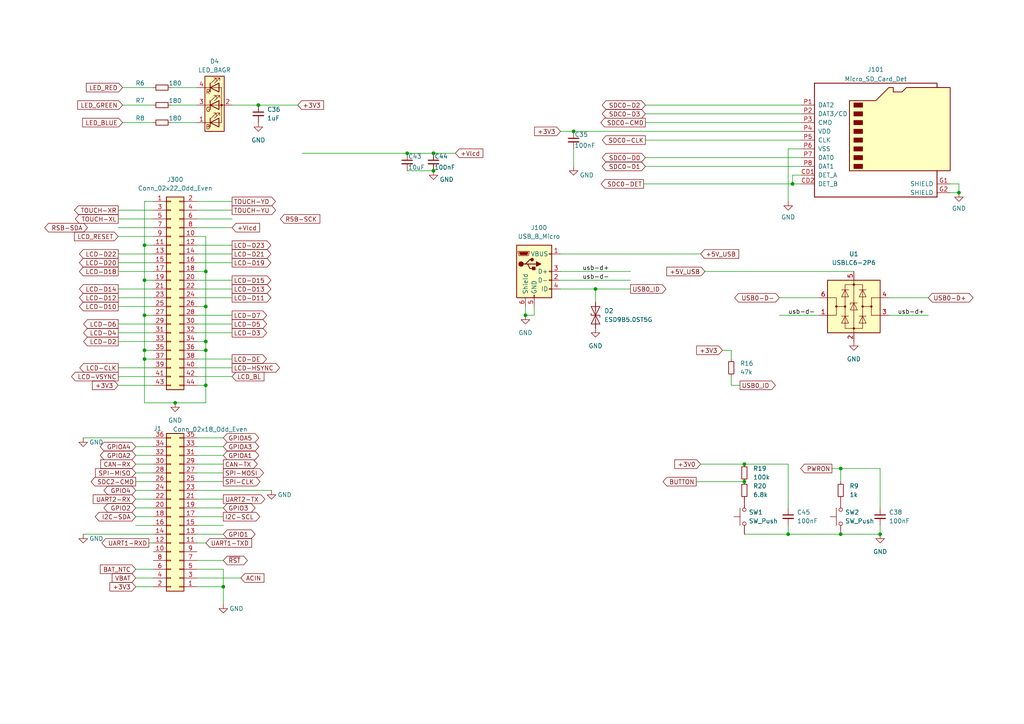
<source format=kicad_sch>
(kicad_sch (version 20250114) (generator "eeschema") (generator_version "9.0")
  (paper "A4")
  (lib_symbols
    (symbol "Connector:USB_B_Micro" (pin_names (offset 1.016))
      (property "Reference" "J" (at -5.08 11.43 0))
      (property "Value" "USB_B_Micro" (at -5.08 8.89 0))
      (symbol "USB_B_Micro_0_1"
        (rectangle (start -5.08 -7.62) (end 5.08 7.62) (stroke (width 0.254)) (fill (type background)))
        (polyline (pts (xy -4.699 5.842) (xy -4.699 5.588) (xy -4.445 4.826) (xy -4.445 4.572) (xy -1.651 4.572) (xy -1.651 4.826) (xy -1.397 5.588) (xy -1.397 5.842) (xy -4.699 5.842)))
        (polyline (pts (xy -4.318 5.588) (xy -1.778 5.588) (xy -2.032 4.826) (xy -4.064 4.826) (xy -4.318 5.588)) (fill (type outline)))
        (circle (center -3.81 2.159) (radius 0.635) (stroke (width 0.254)) (fill (type outline)))
        (polyline (pts (xy -3.175 2.159) (xy -2.54 2.159) (xy -1.27 3.429) (xy -0.635 3.429)) (stroke (width 0.254)))
        (polyline (pts (xy -2.54 2.159) (xy -1.905 2.159) (xy -1.27 0.889) (xy 0 0.889)) (stroke (width 0.254)))
        (polyline (pts (xy -1.905 2.159) (xy 0.635 2.159)) (stroke (width 0.254)))
        (circle (center -0.635 3.429) (radius 0.381) (stroke (width 0.254)) (fill (type outline)))
        (rectangle (start -0.127 -7.62) (end 0.127 -6.858))
        (rectangle (start 0.254 1.27) (end -0.508 0.508) (stroke (width 0.254)) (fill (type outline)))
        (polyline (pts (xy 0.635 2.794) (xy 0.635 1.524) (xy 1.905 2.159) (xy 0.635 2.794)) (stroke (width 0.254)) (fill (type outline)))
        (rectangle (start 5.08 4.953) (end 4.318 5.207))
        (rectangle (start 5.08 -0.127) (end 4.318 0.127))
        (rectangle (start 5.08 -2.667) (end 4.318 -2.413))
        (rectangle (start 5.08 -5.207) (end 4.318 -4.953))
      )
      (symbol "USB_B_Micro_1_1"
        (pin passive line (at -2.54 -10.16 90) (length 2.54) (name "Shield") (number "6"))
        (pin power_out line (at 0 -10.16 90) (length 2.54) (name "GND") (number "5"))
        (pin power_out line (at 7.62 5.08 180) (length 2.54) (name "VBUS") (number "1"))
        (pin bidirectional line (at 7.62 0 180) (length 2.54) (name "D+") (number "3"))
        (pin bidirectional line (at 7.62 -2.54 180) (length 2.54) (name "D-") (number "2"))
        (pin passive line (at 7.62 -5.08 180) (length 2.54) (name "ID") (number "4"))
      )
    )
    (symbol "Connector_Generic:Conn_02x18_Odd_Even" (pin_names (offset 1.016) (hide yes))
      (property "Reference" "J" (at 1.27 22.86 0))
      (property "Value" "Conn_02x18_Odd_Even" (at 1.27 -25.4 0))
      (symbol "Conn_02x18_Odd_Even_1_1"
        (rectangle (start -1.27 21.59) (end 3.81 -24.13) (stroke (width 0.254)) (fill (type background)))
        (rectangle (start -1.27 20.447) (end 0 20.193) (stroke (width 0.1524)))
        (rectangle (start -1.27 17.907) (end 0 17.653) (stroke (width 0.1524)))
        (rectangle (start -1.27 15.367) (end 0 15.113) (stroke (width 0.1524)))
        (rectangle (start -1.27 12.827) (end 0 12.573) (stroke (width 0.1524)))
        (rectangle (start -1.27 10.287) (end 0 10.033) (stroke (width 0.1524)))
        (rectangle (start -1.27 7.747) (end 0 7.493) (stroke (width 0.1524)))
        (rectangle (start -1.27 5.207) (end 0 4.953) (stroke (width 0.1524)))
        (rectangle (start -1.27 2.667) (end 0 2.413) (stroke (width 0.1524)))
        (rectangle (start -1.27 0.127) (end 0 -0.127) (stroke (width 0.1524)))
        (rectangle (start -1.27 -2.413) (end 0 -2.667) (stroke (width 0.1524)))
        (rectangle (start -1.27 -4.953) (end 0 -5.207) (stroke (width 0.1524)))
        (rectangle (start -1.27 -7.493) (end 0 -7.747) (stroke (width 0.1524)))
        (rectangle (start -1.27 -10.033) (end 0 -10.287) (stroke (width 0.1524)))
        (rectangle (start -1.27 -12.573) (end 0 -12.827) (stroke (width 0.1524)))
        (rectangle (start -1.27 -15.113) (end 0 -15.367) (stroke (width 0.1524)))
        (rectangle (start -1.27 -17.653) (end 0 -17.907) (stroke (width 0.1524)))
        (rectangle (start -1.27 -20.193) (end 0 -20.447) (stroke (width 0.1524)))
        (rectangle (start -1.27 -22.733) (end 0 -22.987) (stroke (width 0.1524)))
        (rectangle (start 3.81 20.447) (end 2.54 20.193) (stroke (width 0.1524)))
        (rectangle (start 3.81 17.907) (end 2.54 17.653) (stroke (width 0.1524)))
        (rectangle (start 3.81 15.367) (end 2.54 15.113) (stroke (width 0.1524)))
        (rectangle (start 3.81 12.827) (end 2.54 12.573) (stroke (width 0.1524)))
        (rectangle (start 3.81 10.287) (end 2.54 10.033) (stroke (width 0.1524)))
        (rectangle (start 3.81 7.747) (end 2.54 7.493) (stroke (width 0.1524)))
        (rectangle (start 3.81 5.207) (end 2.54 4.953) (stroke (width 0.1524)))
        (rectangle (start 3.81 2.667) (end 2.54 2.413) (stroke (width 0.1524)))
        (rectangle (start 3.81 0.127) (end 2.54 -0.127) (stroke (width 0.1524)))
        (rectangle (start 3.81 -2.413) (end 2.54 -2.667) (stroke (width 0.1524)))
        (rectangle (start 3.81 -4.953) (end 2.54 -5.207) (stroke (width 0.1524)))
        (rectangle (start 3.81 -7.493) (end 2.54 -7.747) (stroke (width 0.1524)))
        (rectangle (start 3.81 -10.033) (end 2.54 -10.287) (stroke (width 0.1524)))
        (rectangle (start 3.81 -12.573) (end 2.54 -12.827) (stroke (width 0.1524)))
        (rectangle (start 3.81 -15.113) (end 2.54 -15.367) (stroke (width 0.1524)))
        (rectangle (start 3.81 -17.653) (end 2.54 -17.907) (stroke (width 0.1524)))
        (rectangle (start 3.81 -20.193) (end 2.54 -20.447) (stroke (width 0.1524)))
        (rectangle (start 3.81 -22.733) (end 2.54 -22.987) (stroke (width 0.1524)))
        (pin passive line (at -5.08 20.32 0) (length 3.81) (name "Pin_1") (number "1"))
        (pin passive line (at -5.08 17.78 0) (length 3.81) (name "Pin_3") (number "3"))
        (pin passive line (at -5.08 15.24 0) (length 3.81) (name "Pin_5") (number "5"))
        (pin passive line (at -5.08 12.7 0) (length 3.81) (name "Pin_7") (number "7"))
        (pin passive line (at -5.08 10.16 0) (length 3.81) (name "Pin_9") (number "9"))
        (pin passive line (at -5.08 7.62 0) (length 3.81) (name "Pin_11") (number "11"))
        (pin passive line (at -5.08 5.08 0) (length 3.81) (name "Pin_13") (number "13"))
        (pin passive line (at -5.08 2.54 0) (length 3.81) (name "Pin_15") (number "15"))
        (pin passive line (at -5.08 0 0) (length 3.81) (name "Pin_17") (number "17"))
        (pin passive line (at -5.08 -2.54 0) (length 3.81) (name "Pin_19") (number "19"))
        (pin passive line (at -5.08 -5.08 0) (length 3.81) (name "Pin_21") (number "21"))
        (pin passive line (at -5.08 -7.62 0) (length 3.81) (name "Pin_23") (number "23"))
        (pin passive line (at -5.08 -10.16 0) (length 3.81) (name "Pin_25") (number "25"))
        (pin passive line (at -5.08 -12.7 0) (length 3.81) (name "Pin_27") (number "27"))
        (pin passive line (at -5.08 -15.24 0) (length 3.81) (name "Pin_29") (number "29"))
        (pin passive line (at -5.08 -17.78 0) (length 3.81) (name "Pin_31") (number "31"))
        (pin passive line (at -5.08 -20.32 0) (length 3.81) (name "Pin_33") (number "33"))
        (pin passive line (at -5.08 -22.86 0) (length 3.81) (name "Pin_35") (number "35"))
        (pin passive line (at 7.62 20.32 180) (length 3.81) (name "Pin_2") (number "2"))
        (pin passive line (at 7.62 17.78 180) (length 3.81) (name "Pin_4") (number "4"))
        (pin passive line (at 7.62 15.24 180) (length 3.81) (name "Pin_6") (number "6"))
        (pin passive line (at 7.62 12.7 180) (length 3.81) (name "Pin_8") (number "8"))
        (pin passive line (at 7.62 10.16 180) (length 3.81) (name "Pin_10") (number "10"))
        (pin passive line (at 7.62 7.62 180) (length 3.81) (name "Pin_12") (number "12"))
        (pin passive line (at 7.62 5.08 180) (length 3.81) (name "Pin_14") (number "14"))
        (pin passive line (at 7.62 2.54 180) (length 3.81) (name "Pin_16") (number "16"))
        (pin passive line (at 7.62 0 180) (length 3.81) (name "Pin_18") (number "18"))
        (pin passive line (at 7.62 -2.54 180) (length 3.81) (name "Pin_20") (number "20"))
        (pin passive line (at 7.62 -5.08 180) (length 3.81) (name "Pin_22") (number "22"))
        (pin passive line (at 7.62 -7.62 180) (length 3.81) (name "Pin_24") (number "24"))
        (pin passive line (at 7.62 -10.16 180) (length 3.81) (name "Pin_26") (number "26"))
        (pin passive line (at 7.62 -12.7 180) (length 3.81) (name "Pin_28") (number "28"))
        (pin passive line (at 7.62 -15.24 180) (length 3.81) (name "Pin_30") (number "30"))
        (pin passive line (at 7.62 -17.78 180) (length 3.81) (name "Pin_32") (number "32"))
        (pin passive line (at 7.62 -20.32 180) (length 3.81) (name "Pin_34") (number "34"))
        (pin passive line (at 7.62 -22.86 180) (length 3.81) (name "Pin_36") (number "36"))
      )
    )
    (symbol "Connector_Generic:Conn_02x22_Odd_Even" (pin_names (offset 1.016) (hide yes))
      (property "Reference" "J" (at 1.27 27.94 0))
      (property "Value" "Conn_02x22_Odd_Even" (at 1.27 -30.48 0))
      (symbol "Conn_02x22_Odd_Even_1_1"
        (rectangle (start -1.27 26.67) (end 3.81 -29.21) (stroke (width 0.254)) (fill (type background)))
        (rectangle (start -1.27 25.527) (end 0 25.273) (stroke (width 0.1524)))
        (rectangle (start -1.27 22.987) (end 0 22.733) (stroke (width 0.1524)))
        (rectangle (start -1.27 20.447) (end 0 20.193) (stroke (width 0.1524)))
        (rectangle (start -1.27 17.907) (end 0 17.653) (stroke (width 0.1524)))
        (rectangle (start -1.27 15.367) (end 0 15.113) (stroke (width 0.1524)))
        (rectangle (start -1.27 12.827) (end 0 12.573) (stroke (width 0.1524)))
        (rectangle (start -1.27 10.287) (end 0 10.033) (stroke (width 0.1524)))
        (rectangle (start -1.27 7.747) (end 0 7.493) (stroke (width 0.1524)))
        (rectangle (start -1.27 5.207) (end 0 4.953) (stroke (width 0.1524)))
        (rectangle (start -1.27 2.667) (end 0 2.413) (stroke (width 0.1524)))
        (rectangle (start -1.27 0.127) (end 0 -0.127) (stroke (width 0.1524)))
        (rectangle (start -1.27 -2.413) (end 0 -2.667) (stroke (width 0.1524)))
        (rectangle (start -1.27 -4.953) (end 0 -5.207) (stroke (width 0.1524)))
        (rectangle (start -1.27 -7.493) (end 0 -7.747) (stroke (width 0.1524)))
        (rectangle (start -1.27 -10.033) (end 0 -10.287) (stroke (width 0.1524)))
        (rectangle (start -1.27 -12.573) (end 0 -12.827) (stroke (width 0.1524)))
        (rectangle (start -1.27 -15.113) (end 0 -15.367) (stroke (width 0.1524)))
        (rectangle (start -1.27 -17.653) (end 0 -17.907) (stroke (width 0.1524)))
        (rectangle (start -1.27 -20.193) (end 0 -20.447) (stroke (width 0.1524)))
        (rectangle (start -1.27 -22.733) (end 0 -22.987) (stroke (width 0.1524)))
        (rectangle (start -1.27 -25.273) (end 0 -25.527) (stroke (width 0.1524)))
        (rectangle (start -1.27 -27.813) (end 0 -28.067) (stroke (width 0.1524)))
        (rectangle (start 3.81 25.527) (end 2.54 25.273) (stroke (width 0.1524)))
        (rectangle (start 3.81 22.987) (end 2.54 22.733) (stroke (width 0.1524)))
        (rectangle (start 3.81 20.447) (end 2.54 20.193) (stroke (width 0.1524)))
        (rectangle (start 3.81 17.907) (end 2.54 17.653) (stroke (width 0.1524)))
        (rectangle (start 3.81 15.367) (end 2.54 15.113) (stroke (width 0.1524)))
        (rectangle (start 3.81 12.827) (end 2.54 12.573) (stroke (width 0.1524)))
        (rectangle (start 3.81 10.287) (end 2.54 10.033) (stroke (width 0.1524)))
        (rectangle (start 3.81 7.747) (end 2.54 7.493) (stroke (width 0.1524)))
        (rectangle (start 3.81 5.207) (end 2.54 4.953) (stroke (width 0.1524)))
        (rectangle (start 3.81 2.667) (end 2.54 2.413) (stroke (width 0.1524)))
        (rectangle (start 3.81 0.127) (end 2.54 -0.127) (stroke (width 0.1524)))
        (rectangle (start 3.81 -2.413) (end 2.54 -2.667) (stroke (width 0.1524)))
        (rectangle (start 3.81 -4.953) (end 2.54 -5.207) (stroke (width 0.1524)))
        (rectangle (start 3.81 -7.493) (end 2.54 -7.747) (stroke (width 0.1524)))
        (rectangle (start 3.81 -10.033) (end 2.54 -10.287) (stroke (width 0.1524)))
        (rectangle (start 3.81 -12.573) (end 2.54 -12.827) (stroke (width 0.1524)))
        (rectangle (start 3.81 -15.113) (end 2.54 -15.367) (stroke (width 0.1524)))
        (rectangle (start 3.81 -17.653) (end 2.54 -17.907) (stroke (width 0.1524)))
        (rectangle (start 3.81 -20.193) (end 2.54 -20.447) (stroke (width 0.1524)))
        (rectangle (start 3.81 -22.733) (end 2.54 -22.987) (stroke (width 0.1524)))
        (rectangle (start 3.81 -25.273) (end 2.54 -25.527) (stroke (width 0.1524)))
        (rectangle (start 3.81 -27.813) (end 2.54 -28.067) (stroke (width 0.1524)))
        (pin passive line (at -5.08 25.4 0) (length 3.81) (name "Pin_1") (number "1"))
        (pin passive line (at -5.08 22.86 0) (length 3.81) (name "Pin_3") (number "3"))
        (pin passive line (at -5.08 20.32 0) (length 3.81) (name "Pin_5") (number "5"))
        (pin passive line (at -5.08 17.78 0) (length 3.81) (name "Pin_7") (number "7"))
        (pin passive line (at -5.08 15.24 0) (length 3.81) (name "Pin_9") (number "9"))
        (pin passive line (at -5.08 12.7 0) (length 3.81) (name "Pin_11") (number "11"))
        (pin passive line (at -5.08 10.16 0) (length 3.81) (name "Pin_13") (number "13"))
        (pin passive line (at -5.08 7.62 0) (length 3.81) (name "Pin_15") (number "15"))
        (pin passive line (at -5.08 5.08 0) (length 3.81) (name "Pin_17") (number "17"))
        (pin passive line (at -5.08 2.54 0) (length 3.81) (name "Pin_19") (number "19"))
        (pin passive line (at -5.08 0 0) (length 3.81) (name "Pin_21") (number "21"))
        (pin passive line (at -5.08 -2.54 0) (length 3.81) (name "Pin_23") (number "23"))
        (pin passive line (at -5.08 -5.08 0) (length 3.81) (name "Pin_25") (number "25"))
        (pin passive line (at -5.08 -7.62 0) (length 3.81) (name "Pin_27") (number "27"))
        (pin passive line (at -5.08 -10.16 0) (length 3.81) (name "Pin_29") (number "29"))
        (pin passive line (at -5.08 -12.7 0) (length 3.81) (name "Pin_31") (number "31"))
        (pin passive line (at -5.08 -15.24 0) (length 3.81) (name "Pin_33") (number "33"))
        (pin passive line (at -5.08 -17.78 0) (length 3.81) (name "Pin_35") (number "35"))
        (pin passive line (at -5.08 -20.32 0) (length 3.81) (name "Pin_37") (number "37"))
        (pin passive line (at -5.08 -22.86 0) (length 3.81) (name "Pin_39") (number "39"))
        (pin passive line (at -5.08 -25.4 0) (length 3.81) (name "Pin_41") (number "41"))
        (pin passive line (at -5.08 -27.94 0) (length 3.81) (name "Pin_43") (number "43"))
        (pin passive line (at 7.62 25.4 180) (length 3.81) (name "Pin_2") (number "2"))
        (pin passive line (at 7.62 22.86 180) (length 3.81) (name "Pin_4") (number "4"))
        (pin passive line (at 7.62 20.32 180) (length 3.81) (name "Pin_6") (number "6"))
        (pin passive line (at 7.62 17.78 180) (length 3.81) (name "Pin_8") (number "8"))
        (pin passive line (at 7.62 15.24 180) (length 3.81) (name "Pin_10") (number "10"))
        (pin passive line (at 7.62 12.7 180) (length 3.81) (name "Pin_12") (number "12"))
        (pin passive line (at 7.62 10.16 180) (length 3.81) (name "Pin_14") (number "14"))
        (pin passive line (at 7.62 7.62 180) (length 3.81) (name "Pin_16") (number "16"))
        (pin passive line (at 7.62 5.08 180) (length 3.81) (name "Pin_18") (number "18"))
        (pin passive line (at 7.62 2.54 180) (length 3.81) (name "Pin_20") (number "20"))
        (pin passive line (at 7.62 0 180) (length 3.81) (name "Pin_22") (number "22"))
        (pin passive line (at 7.62 -2.54 180) (length 3.81) (name "Pin_24") (number "24"))
        (pin passive line (at 7.62 -5.08 180) (length 3.81) (name "Pin_26") (number "26"))
        (pin passive line (at 7.62 -7.62 180) (length 3.81) (name "Pin_28") (number "28"))
        (pin passive line (at 7.62 -10.16 180) (length 3.81) (name "Pin_30") (number "30"))
        (pin passive line (at 7.62 -12.7 180) (length 3.81) (name "Pin_32") (number "32"))
        (pin passive line (at 7.62 -15.24 180) (length 3.81) (name "Pin_34") (number "34"))
        (pin passive line (at 7.62 -17.78 180) (length 3.81) (name "Pin_36") (number "36"))
        (pin passive line (at 7.62 -20.32 180) (length 3.81) (name "Pin_38") (number "38"))
        (pin passive line (at 7.62 -22.86 180) (length 3.81) (name "Pin_40") (number "40"))
        (pin passive line (at 7.62 -25.4 180) (length 3.81) (name "Pin_42") (number "42"))
        (pin passive line (at 7.62 -27.94 180) (length 3.81) (name "Pin_44") (number "44"))
      )
    )
    (symbol "Device:C_Small" (pin_numbers (hide yes)) (pin_names (offset 0.254) (hide yes))
      (property "Reference" "C" (at 0.254 1.778 0))
      (property "Value" "C_Small" (at 0.254 -2.032 0))
      (symbol "C_Small_0_1"
        (polyline (pts (xy -1.524 0.508) (xy 1.524 0.508)) (stroke (width 0.3048)))
        (polyline (pts (xy -1.524 -0.508) (xy 1.524 -0.508)) (stroke (width 0.3302)))
      )
      (symbol "C_Small_1_1"
        (pin passive line (at 0 2.54 270) (length 2.032) (name "~") (number "1"))
        (pin passive line (at 0 -2.54 90) (length 2.032) (name "~") (number "2"))
      )
    )
    (symbol "Device:LED_BAGR" (pin_names (offset 0) (hide yes))
      (property "Reference" "D" (at 0 9.398 0))
      (property "Value" "LED_BAGR" (at 0 -8.89 0))
      (symbol "LED_BAGR_0_0"
        (text "R" (at -1.905 3.81 0) (effects (font (size 1.27 1.27))))
        (text "G" (at -1.905 -1.27 0) (effects (font (size 1.27 1.27))))
        (text "B" (at -1.905 -6.35 0) (effects (font (size 1.27 1.27))))
      )
      (symbol "LED_BAGR_0_1"
        (polyline (pts (xy -1.27 6.35) (xy -1.27 3.81)) (stroke (width 0.254)))
        (polyline (pts (xy -1.27 6.35) (xy -1.27 3.81) (xy -1.27 3.81)))
        (polyline (pts (xy -1.27 5.08) (xy -2.54 5.08)))
        (polyline (pts (xy -1.27 5.08) (xy 1.27 5.08)))
        (polyline (pts (xy -1.27 1.27) (xy -1.27 -1.27)) (stroke (width 0.254)))
        (polyline (pts (xy -1.27 1.27) (xy -1.27 -1.27) (xy -1.27 -1.27)))
        (polyline (pts (xy -1.27 0) (xy -2.54 0)))
        (polyline (pts (xy -1.27 -3.81) (xy -1.27 -6.35)) (stroke (width 0.254)))
        (polyline (pts (xy -1.27 -5.08) (xy -2.54 -5.08)))
        (polyline (pts (xy -1.27 -5.08) (xy 1.27 -5.08)))
        (polyline (pts (xy -1.016 6.35) (xy 0.508 7.874) (xy -0.254 7.874) (xy 0.508 7.874) (xy 0.508 7.112)))
        (polyline (pts (xy -1.016 1.27) (xy 0.508 2.794) (xy -0.254 2.794) (xy 0.508 2.794) (xy 0.508 2.032)))
        (polyline (pts (xy -1.016 -3.81) (xy 0.508 -2.286) (xy -0.254 -2.286) (xy 0.508 -2.286) (xy 0.508 -3.048)))
        (polyline (pts (xy 0 6.35) (xy 1.524 7.874) (xy 0.762 7.874) (xy 1.524 7.874) (xy 1.524 7.112)))
        (polyline (pts (xy 0 1.27) (xy 1.524 2.794) (xy 0.762 2.794) (xy 1.524 2.794) (xy 1.524 2.032)))
        (polyline (pts (xy 0 -3.81) (xy 1.524 -2.286) (xy 0.762 -2.286) (xy 1.524 -2.286) (xy 1.524 -3.048)))
        (polyline (pts (xy 1.27 6.35) (xy 1.27 3.81) (xy -1.27 5.08) (xy 1.27 6.35)) (stroke (width 0.254)))
        (rectangle (start 1.27 6.35) (end 1.27 6.35))
        (rectangle (start 1.27 3.81) (end 1.27 6.35))
        (polyline (pts (xy 1.27 1.27) (xy 1.27 -1.27) (xy -1.27 0) (xy 1.27 1.27)) (stroke (width 0.254)))
        (rectangle (start 1.27 1.27) (end 1.27 1.27))
        (polyline (pts (xy 1.27 0) (xy -1.27 0)))
        (polyline (pts (xy 1.27 0) (xy 2.54 0)))
        (rectangle (start 1.27 -1.27) (end 1.27 1.27))
        (polyline (pts (xy 1.27 -3.81) (xy 1.27 -6.35) (xy -1.27 -5.08) (xy 1.27 -3.81)) (stroke (width 0.254)))
        (polyline (pts (xy 1.27 -5.08) (xy 2.032 -5.08) (xy 2.032 5.08) (xy 1.27 5.08)))
        (circle (center 2.032 0) (radius 0.254) (fill (type outline)))
        (rectangle (start 2.794 8.382) (end -2.794 -7.62) (stroke (width 0.254)) (fill (type background)))
      )
      (symbol "LED_BAGR_1_1"
        (pin passive line (at -5.08 5.08 0) (length 2.54) (name "RK") (number "4"))
        (pin passive line (at -5.08 0 0) (length 2.54) (name "GK") (number "3"))
        (pin passive line (at -5.08 -5.08 0) (length 2.54) (name "BK") (number "1"))
        (pin passive line (at 5.08 0 180) (length 2.54) (name "A") (number "2"))
      )
    )
    (symbol "Device:R_Small" (pin_numbers (hide yes)) (pin_names (offset 0.254) (hide yes))
      (property "Reference" "R" (at 0.762 0.508 0))
      (property "Value" "R_Small" (at 0.762 -1.016 0))
      (symbol "R_Small_0_1"
        (rectangle (start -0.762 1.778) (end 0.762 -1.778) (stroke (width 0.2032)))
      )
      (symbol "R_Small_1_1"
        (pin passive line (at 0 2.54 270) (length 0.762) (name "~") (number "1"))
        (pin passive line (at 0 -2.54 90) (length 0.762) (name "~") (number "2"))
      )
    )
    (symbol "Diode:ESD9B5.0ST5G" (pin_numbers (hide yes)) (pin_names (offset 1.016) (hide yes))
      (property "Reference" "D" (at 0 2.54 0))
      (property "Value" "ESD9B5.0ST5G" (at 0 -2.54 0))
      (symbol "ESD9B5.0ST5G_0_1"
        (polyline (pts (xy -2.54 -1.27) (xy 0 0) (xy -2.54 1.27) (xy -2.54 -1.27)) (stroke (width 0.2032)))
        (polyline (pts (xy 0.508 1.27) (xy 0 1.27) (xy 0 -1.27) (xy -0.508 -1.27)) (stroke (width 0.2032)))
        (polyline (pts (xy 1.27 0) (xy -1.27 0)))
        (polyline (pts (xy 2.54 1.27) (xy 2.54 -1.27) (xy 0 0) (xy 2.54 1.27)) (stroke (width 0.2032)))
      )
      (symbol "ESD9B5.0ST5G_1_1"
        (pin passive line (at -3.81 0 0) (length 2.54) (name "A1") (number "1"))
        (pin passive line (at 3.81 0 180) (length 2.54) (name "A2") (number "2"))
      )
    )
    (symbol "Power_Protection:USBLC6-2P6" (pin_names (hide yes))
      (property "Reference" "U" (at 2.54 8.89 0))
      (property "Value" "USBLC6-2P6" (at 2.54 -8.89 0))
      (symbol "USBLC6-2P6_0_1"
        (rectangle (start -7.62 -7.62) (end 7.62 7.62) (stroke (width 0.254)) (fill (type background)))
        (polyline (pts (xy -5.08 2.54) (xy -7.62 2.54)))
        (circle (center -5.08 0) (radius 0.254) (fill (type outline)))
        (polyline (pts (xy -5.08 0) (xy -5.08 -2.54)))
        (polyline (pts (xy -5.08 -2.54) (xy -7.62 -2.54)))
        (polyline (pts (xy -3.556 2.794) (xy -1.524 2.794) (xy -2.54 4.826) (xy -3.556 2.794)))
        (polyline (pts (xy -3.556 -4.826) (xy -1.524 -4.826) (xy -2.54 -2.794) (xy -3.556 -4.826)))
        (rectangle (start -2.54 6.35) (end 2.54 -6.35))
        (circle (center -2.54 0) (radius 0.254) (fill (type outline)))
        (polyline (pts (xy -2.54 0) (xy -5.08 0) (xy -5.08 2.54)))
        (polyline (pts (xy -1.524 4.826) (xy -3.556 4.826)))
        (polyline (pts (xy -1.524 -2.794) (xy -3.556 -2.794)))
        (polyline (pts (xy -1.016 -1.016) (xy 1.016 -1.016) (xy 0 1.016) (xy -1.016 -1.016)))
        (circle (center 0 6.35) (radius 0.254) (fill (type outline)))
        (polyline (pts (xy 0 6.35) (xy 0 7.62)))
        (polyline (pts (xy 0 1.27) (xy 0 6.35)))
        (polyline (pts (xy 0 -6.35) (xy 0 1.27)))
        (circle (center 0 -6.35) (radius 0.254) (fill (type outline)))
        (polyline (pts (xy 0 -7.62) (xy 0 -6.35)))
        (polyline (pts (xy 1.016 1.016) (xy 0.762 1.016) (xy -1.016 1.016) (xy -1.016 0.508)))
        (polyline (pts (xy 1.524 4.826) (xy 3.556 4.826)))
        (polyline (pts (xy 1.524 -2.794) (xy 3.556 -2.794)))
        (polyline (pts (xy 2.54 0) (xy 5.08 0) (xy 5.08 2.54)))
        (circle (center 2.54 0) (radius 0.254) (fill (type outline)))
        (polyline (pts (xy 3.556 2.794) (xy 1.524 2.794) (xy 2.54 4.826) (xy 3.556 2.794)))
        (polyline (pts (xy 3.556 -4.826) (xy 1.524 -4.826) (xy 2.54 -2.794) (xy 3.556 -4.826)))
        (polyline (pts (xy 5.08 2.54) (xy 7.62 2.54)))
        (polyline (pts (xy 5.08 0) (xy 5.08 -2.54)))
        (circle (center 5.08 0) (radius 0.254) (fill (type outline)))
        (polyline (pts (xy 5.08 -2.54) (xy 7.62 -2.54)))
      )
      (symbol "USBLC6-2P6_1_1"
        (pin passive line (at -10.16 2.54 0) (length 2.54) (name "I/O1") (number "6"))
        (pin passive line (at -10.16 -2.54 0) (length 2.54) (name "I/O1") (number "1"))
        (pin passive line (at 0 10.16 270) (length 2.54) (name "VBUS") (number "5"))
        (pin passive line (at 0 -10.16 90) (length 2.54) (name "GND") (number "2"))
        (pin passive line (at 10.16 2.54 180) (length 2.54) (name "I/O2") (number "4"))
        (pin passive line (at 10.16 -2.54 180) (length 2.54) (name "I/O2") (number "3"))
      )
    )
    (symbol "Switch:SW_Push" (pin_numbers (hide yes)) (pin_names (offset 1.016) (hide yes))
      (property "Reference" "SW" (at 1.27 2.54 0))
      (property "Value" "SW_Push" (at 0 -1.524 0))
      (symbol "SW_Push_0_1"
        (circle (center -2.032 0) (radius 0.508))
        (polyline (pts (xy 0 1.27) (xy 0 3.048)))
        (circle (center 2.032 0) (radius 0.508))
        (polyline (pts (xy 2.54 1.27) (xy -2.54 1.27)))
        (pin passive line (at -5.08 0 0) (length 2.54) (name "1") (number "1"))
        (pin passive line (at 5.08 0 180) (length 2.54) (name "2") (number "2"))
      )
    )
    (symbol "gct:Micro_SD_Card_Det" (pin_names (offset 1.016))
      (property "Reference" "J" (at -16.51 17.78 0))
      (property "Value" "Micro_SD_Card_Det" (at 16.51 17.78 0))
      (symbol "Micro_SD_Card_Det_0_1"
        (polyline (pts (xy -8.89 -8.89) (xy -8.89 11.43) (xy -1.27 11.43) (xy 2.54 15.24) (xy 3.81 15.24) (xy 3.81 13.97) (xy 6.35 13.97) (xy 7.62 15.24) (xy 20.32 15.24) (xy 20.32 -8.89) (xy -8.89 -8.89)) (stroke (width 0.254)) (fill (type background)))
        (rectangle (start -7.62 10.795) (end -5.08 9.525) (fill (type outline)))
        (rectangle (start -7.62 8.255) (end -5.08 6.985) (fill (type outline)))
        (rectangle (start -7.62 5.715) (end -5.08 4.445) (fill (type outline)))
        (rectangle (start -7.62 3.175) (end -5.08 1.905) (fill (type outline)))
        (rectangle (start -7.62 0.635) (end -5.08 -0.635) (fill (type outline)))
        (rectangle (start -7.62 -1.905) (end -5.08 -3.175) (fill (type outline)))
        (rectangle (start -7.62 -4.445) (end -5.08 -5.715) (fill (type outline)))
        (rectangle (start -7.62 -6.985) (end -5.08 -8.255) (fill (type outline)))
        (polyline (pts (xy 16.51 15.24) (xy 16.51 16.51) (xy -19.05 16.51) (xy -19.05 -16.51) (xy 16.51 -16.51) (xy 16.51 -8.89)) (stroke (width 0.254)))
      )
      (symbol "Micro_SD_Card_Det_1_1"
        (pin bidirectional line (at -22.86 10.16 0) (length 3.81) (name "DAT2") (number "P1"))
        (pin bidirectional line (at -22.86 7.62 0) (length 3.81) (name "DAT3/CD") (number "P2"))
        (pin input line (at -22.86 5.08 0) (length 3.81) (name "CMD") (number "P3"))
        (pin power_in line (at -22.86 2.54 0) (length 3.81) (name "VDD") (number "P4"))
        (pin input line (at -22.86 0 0) (length 3.81) (name "CLK") (number "P5"))
        (pin power_in line (at -22.86 -2.54 0) (length 3.81) (name "VSS") (number "P6"))
        (pin bidirectional line (at -22.86 -5.08 0) (length 3.81) (name "DAT0") (number "P7"))
        (pin bidirectional line (at -22.86 -7.62 0) (length 3.81) (name "DAT1") (number "P8"))
        (pin passive line (at -22.86 -10.16 0) (length 3.81) (name "DET_A") (number "CD1"))
        (pin passive line (at -22.86 -12.7 0) (length 3.81) (name "DET_B") (number "CD2"))
        (pin passive line (at 20.32 -12.7 180) (length 3.81) (name "SHIELD") (number "G1"))
        (pin passive line (at 20.32 -15.24 180) (length 3.81) (name "SHIELD") (number "G2"))
      )
    )
    (symbol "power:GND" (power) (pin_names (offset 0))
      (property "Value" "GND" (at 0 -3.81 0))
      (symbol "GND_0_1"
        (polyline (pts (xy 0 0) (xy 0 -1.27) (xy 1.27 -1.27) (xy 0 -2.54) (xy -1.27 -1.27) (xy 0 -1.27)))
      )
      (symbol "GND_1_1"
        (pin power_in line (at 0 0 270) (length 0) (hide yes) (name "GND") (number "1"))
      )
    )
  )
  (junction (at 215.9 139.7))
  (junction (at 125.73 49.53))
  (junction (at 243.84 154.94))
  (junction (at 59.69 88.9))
  (junction (at 118.11 44.45))
  (junction (at 59.69 111.76))
  (junction (at 172.72 83.82))
  (junction (at 41.91 71.12))
  (junction (at 64.77 170.18))
  (junction (at 59.69 78.74))
  (junction (at 229.87 53.34) (diameter 0.9144))
  (junction (at 59.69 101.6))
  (junction (at 243.84 135.89))
  (junction (at 228.6 154.94))
  (junction (at 125.73 44.45))
  (junction (at 41.91 101.6))
  (junction (at 215.9 134.62))
  (junction (at 41.91 104.14))
  (junction (at 255.27 154.94))
  (junction (at 166.37 38.1) (diameter 0.9144))
  (junction (at 41.91 91.44))
  (junction (at 59.69 99.06))
  (junction (at 278.13 55.88) (diameter 0.9144))
  (junction (at 50.8 116.84))
  (junction (at 152.4 91.44))
  (junction (at 74.93 30.48))
  (junction (at 41.91 81.28))
  (wire (pts (xy 212.09 104.14) (xy 212.09 101.6)))
  (wire (pts (xy 57.15 154.94) (xy 64.77 154.94)))
  (wire (pts (xy 39.37 137.16) (xy 44.45 137.16)))
  (wire (pts (xy 59.69 99.06) (xy 59.69 101.6)))
  (wire (pts (xy 67.31 30.48) (xy 74.93 30.48)))
  (wire (pts (xy 186.69 53.34) (xy 229.87 53.34)))
  (wire (pts (xy 39.37 142.24) (xy 44.45 142.24)))
  (wire (pts (xy 39.37 144.78) (xy 44.45 144.78)))
  (wire (pts (xy 243.84 135.89) (xy 255.27 135.89)))
  (wire (pts (xy 212.09 111.76) (xy 212.09 109.22)))
  (wire (pts (xy 34.29 63.5) (xy 44.45 63.5)))
  (wire (pts (xy 166.37 38.1) (xy 232.41 38.1)))
  (wire (pts (xy 57.15 144.78) (xy 64.77 144.78)))
  (wire (pts (xy 57.15 139.7) (xy 64.77 139.7)))
  (wire (pts (xy 34.29 106.68) (xy 44.45 106.68)))
  (wire (pts (xy 41.91 81.28) (xy 41.91 91.44)))
  (wire (pts (xy 232.41 50.8) (xy 229.87 50.8)))
  (wire (pts (xy 57.15 129.54) (xy 64.77 129.54)))
  (wire (pts (xy 87.63 44.45) (xy 118.11 44.45)))
  (wire (pts (xy 34.29 96.52) (xy 44.45 96.52)))
  (wire (pts (xy 154.94 88.9) (xy 154.94 91.44)))
  (wire (pts (xy 228.6 154.94) (xy 243.84 154.94)))
  (wire (pts (xy 187.198 45.72) (xy 232.41 45.72)))
  (wire (pts (xy 41.91 116.84) (xy 50.8 116.84)))
  (wire (pts (xy 34.29 86.36) (xy 44.45 86.36)))
  (wire (pts (xy 34.29 111.76) (xy 44.45 111.76)))
  (wire (pts (xy 57.15 71.12) (xy 67.31 71.12)))
  (wire (pts (xy 166.37 48.26) (xy 166.37 43.18)))
  (wire (pts (xy 35.56 30.48) (xy 44.45 30.48)))
  (wire (pts (xy 57.15 165.1) (xy 64.77 165.1)))
  (wire (pts (xy 57.15 132.08) (xy 64.77 132.08)))
  (wire (pts (xy 41.91 71.12) (xy 44.45 71.12)))
  (wire (pts (xy 187.198 40.64) (xy 232.41 40.64)))
  (wire (pts (xy 57.15 91.44) (xy 67.31 91.44)))
  (wire (pts (xy 57.15 137.16) (xy 64.77 137.16)))
  (wire (pts (xy 39.37 165.1) (xy 44.45 165.1)))
  (wire (pts (xy 34.29 78.74) (xy 44.45 78.74)))
  (wire (pts (xy 257.81 86.36) (xy 269.24 86.36)))
  (wire (pts (xy 278.13 53.34) (xy 278.13 55.88)))
  (wire (pts (xy 162.56 73.66) (xy 203.2 73.66)))
  (wire (pts (xy 57.15 76.2) (xy 67.31 76.2)))
  (wire (pts (xy 209.55 101.6) (xy 212.09 101.6)))
  (wire (pts (xy 39.37 132.08) (xy 44.45 132.08)))
  (wire (pts (xy 187.198 48.26) (xy 232.41 48.26)))
  (wire (pts (xy 57.15 86.36) (xy 67.31 86.36)))
  (wire (pts (xy 39.37 129.54) (xy 44.45 129.54)))
  (wire (pts (xy 57.15 66.04) (xy 67.31 66.04)))
  (wire (pts (xy 215.9 154.94) (xy 228.6 154.94)))
  (wire (pts (xy 34.29 99.06) (xy 44.45 99.06)))
  (wire (pts (xy 278.13 55.88) (xy 275.59 55.88)))
  (wire (pts (xy 255.27 152.4) (xy 255.27 154.94)))
  (wire (pts (xy 229.87 50.8) (xy 229.87 53.34)))
  (wire (pts (xy 243.84 139.7) (xy 243.84 135.89)))
  (wire (pts (xy 243.84 154.94) (xy 255.27 154.94)))
  (wire (pts (xy 39.37 134.62) (xy 44.45 134.62)))
  (wire (pts (xy 41.91 81.28) (xy 44.45 81.28)))
  (wire (pts (xy 41.91 104.14) (xy 41.91 116.84)))
  (wire (pts (xy 49.53 30.48) (xy 57.15 30.48)))
  (wire (pts (xy 59.69 68.58) (xy 59.69 78.74)))
  (wire (pts (xy 57.15 83.82) (xy 67.31 83.82)))
  (wire (pts (xy 57.15 149.86) (xy 64.77 149.86)))
  (wire (pts (xy 57.15 162.56) (xy 64.77 162.56)))
  (wire (pts (xy 257.81 91.44) (xy 269.24 91.44)))
  (wire (pts (xy 57.15 81.28) (xy 67.31 81.28)))
  (wire (pts (xy 57.15 152.4) (xy 64.77 152.4)))
  (wire (pts (xy 57.15 142.24) (xy 78.74 142.24)))
  (wire (pts (xy 39.37 170.18) (xy 44.45 170.18)))
  (wire (pts (xy 57.15 63.5) (xy 67.31 63.5)))
  (wire (pts (xy 24.13 154.94) (xy 44.45 154.94)))
  (wire (pts (xy 57.15 106.68) (xy 67.31 106.68)))
  (wire (pts (xy 74.93 30.48) (xy 86.36 30.48)))
  (wire (pts (xy 64.77 165.1) (xy 64.77 170.18)))
  (wire (pts (xy 59.69 78.74) (xy 59.69 88.9)))
  (wire (pts (xy 118.11 49.53) (xy 125.73 49.53)))
  (wire (pts (xy 39.37 167.64) (xy 44.45 167.64)))
  (wire (pts (xy 187.198 33.02) (xy 232.41 33.02)))
  (wire (pts (xy 43.18 157.48) (xy 44.45 157.48)))
  (wire (pts (xy 162.56 78.74) (xy 182.88 78.74)))
  (wire (pts (xy 59.69 101.6) (xy 59.69 111.76)))
  (wire (pts (xy 34.29 109.22) (xy 44.45 109.22)))
  (wire (pts (xy 59.69 111.76) (xy 59.69 116.84)))
  (wire (pts (xy 162.56 81.28) (xy 182.88 81.28)))
  (wire (pts (xy 34.29 66.04) (xy 44.45 66.04)))
  (wire (pts (xy 57.15 170.18) (xy 64.77 170.18)))
  (wire (pts (xy 57.15 167.64) (xy 69.85 167.64)))
  (wire (pts (xy 57.15 93.98) (xy 67.31 93.98)))
  (wire (pts (xy 49.53 35.56) (xy 57.15 35.56)))
  (wire (pts (xy 34.29 88.9) (xy 44.45 88.9)))
  (wire (pts (xy 57.15 78.74) (xy 59.69 78.74)))
  (wire (pts (xy 255.27 135.89) (xy 255.27 147.32)))
  (wire (pts (xy 57.15 134.62) (xy 64.77 134.62)))
  (wire (pts (xy 34.29 83.82) (xy 44.45 83.82)))
  (wire (pts (xy 41.91 101.6) (xy 41.91 104.14)))
  (wire (pts (xy 41.91 101.6) (xy 44.45 101.6)))
  (wire (pts (xy 64.77 170.18) (xy 64.77 175.26)))
  (wire (pts (xy 226.06 86.36) (xy 237.49 86.36)))
  (wire (pts (xy 24.13 127) (xy 44.45 127)))
  (wire (pts (xy 57.15 157.48) (xy 59.69 157.48)))
  (wire (pts (xy 39.37 139.7) (xy 44.45 139.7)))
  (wire (pts (xy 162.56 83.82) (xy 172.72 83.82)))
  (wire (pts (xy 57.15 147.32) (xy 64.77 147.32)))
  (wire (pts (xy 228.6 147.32) (xy 228.6 134.62)))
  (wire (pts (xy 204.47 78.74) (xy 247.65 78.74)))
  (wire (pts (xy 39.37 149.86) (xy 44.45 149.86)))
  (wire (pts (xy 44.45 58.42) (xy 41.91 58.42)))
  (wire (pts (xy 57.15 58.42) (xy 67.31 58.42)))
  (wire (pts (xy 59.69 88.9) (xy 59.69 99.06)))
  (wire (pts (xy 49.53 25.4) (xy 57.15 25.4)))
  (wire (pts (xy 241.3 135.89) (xy 243.84 135.89)))
  (wire (pts (xy 57.15 96.52) (xy 67.31 96.52)))
  (wire (pts (xy 39.37 147.32) (xy 44.45 147.32)))
  (wire (pts (xy 57.15 88.9) (xy 59.69 88.9)))
  (wire (pts (xy 226.06 91.44) (xy 237.49 91.44)))
  (wire (pts (xy 214.63 111.76) (xy 212.09 111.76)))
  (wire (pts (xy 232.41 43.18) (xy 228.6 43.18)))
  (wire (pts (xy 172.72 83.82) (xy 172.72 87.63)))
  (wire (pts (xy 34.29 76.2) (xy 44.45 76.2)))
  (wire (pts (xy 35.56 35.56) (xy 44.45 35.56)))
  (wire (pts (xy 41.91 71.12) (xy 41.91 81.28)))
  (wire (pts (xy 59.69 116.84) (xy 50.8 116.84)))
  (wire (pts (xy 41.91 91.44) (xy 44.45 91.44)))
  (wire (pts (xy 34.29 68.58) (xy 44.45 68.58)))
  (wire (pts (xy 57.15 73.66) (xy 67.31 73.66)))
  (wire (pts (xy 57.15 99.06) (xy 59.69 99.06)))
  (wire (pts (xy 152.4 88.9) (xy 152.4 91.44)))
  (wire (pts (xy 275.59 53.34) (xy 278.13 53.34)))
  (wire (pts (xy 34.29 93.98) (xy 44.45 93.98)))
  (wire (pts (xy 34.29 73.66) (xy 44.45 73.66)))
  (wire (pts (xy 228.6 43.18) (xy 228.6 58.42)))
  (wire (pts (xy 57.15 60.96) (xy 67.31 60.96)))
  (wire (pts (xy 201.93 139.7) (xy 215.9 139.7)))
  (wire (pts (xy 35.56 25.4) (xy 44.45 25.4)))
  (wire (pts (xy 228.6 134.62) (xy 215.9 134.62)))
  (wire (pts (xy 162.56 38.1) (xy 166.37 38.1)))
  (wire (pts (xy 118.11 44.45) (xy 125.73 44.45)))
  (wire (pts (xy 57.15 111.76) (xy 59.69 111.76)))
  (wire (pts (xy 57.15 127) (xy 64.77 127)))
  (wire (pts (xy 228.6 152.4) (xy 228.6 154.94)))
  (wire (pts (xy 152.4 91.44) (xy 154.94 91.44)))
  (wire (pts (xy 203.2 134.62) (xy 215.9 134.62)))
  (wire (pts (xy 229.87 53.34) (xy 232.41 53.34)))
  (wire (pts (xy 57.15 101.6) (xy 59.69 101.6)))
  (wire (pts (xy 57.15 68.58) (xy 59.69 68.58)))
  (wire (pts (xy 172.72 83.82) (xy 182.88 83.82)))
  (wire (pts (xy 187.198 30.48) (xy 232.41 30.48)))
  (wire (pts (xy 187.198 35.56) (xy 232.41 35.56)))
  (wire (pts (xy 57.15 104.14) (xy 67.31 104.14)))
  (wire (pts (xy 41.91 91.44) (xy 41.91 101.6)))
  (wire (pts (xy 41.91 104.14) (xy 44.45 104.14)))
  (wire (pts (xy 125.73 44.45) (xy 132.08 44.45)))
  (wire (pts (xy 39.37 152.4) (xy 44.45 152.4)))
  (wire (pts (xy 57.15 109.22) (xy 67.31 109.22)))
  (wire (pts (xy 34.29 60.96) (xy 44.45 60.96)))
  (wire (pts (xy 41.91 58.42) (xy 41.91 71.12)))
  (label "usb-d+" (at 168.91 78.74 0))
  (label "usb-d-" (at 168.91 81.28 0))
  (label "usb-d+" (at 260.35 91.44 0))
  (label "usb-d-" (at 228.6 91.44 0))
  (global_label "GPIO1" (shape bidirectional) (at 64.77 154.94 0) (property "Intersheetrefs" "${INTERSHEET_REFS}" (effects (hide yes))))
  (global_label "LCD-D11" (shape output) (at 67.31 86.36 0) (property "Intersheetrefs" "${INTERSHEET_REFS}" (effects (hide yes))))
  (global_label "CAN-TX" (shape output) (at 64.77 134.62 0) (property "Intersheetrefs" "${INTERSHEET_REFS}" (effects (hide yes))))
  (global_label "RSB-SCK" (shape input) (at 81.28 63.5 0) (property "Intersheetrefs" "${INTERSHEET_REFS}" (effects (hide yes))))
  (global_label "+Vlcd" (shape input) (at 67.31 66.04 0) (property "Intersheetrefs" "${INTERSHEET_REFS}" (effects (hide yes))))
  (global_label "GPIOA3" (shape bidirectional) (at 64.77 129.54 0) (property "Intersheetrefs" "${INTERSHEET_REFS}" (effects (hide yes))))
  (global_label "LCD-D3" (shape output) (at 67.31 96.52 0) (property "Intersheetrefs" "${INTERSHEET_REFS}" (effects (hide yes))))
  (global_label "BAT_NTC" (shape input) (at 39.37 165.1 180) (property "Intersheetrefs" "${INTERSHEET_REFS}" (effects (hide yes))))
  (global_label "+5V_USB" (shape input) (at 203.2 73.66 0) (property "Intersheetrefs" "${INTERSHEET_REFS}" (effects (hide yes))))
  (global_label "SPI-MISO" (shape input) (at 39.37 137.16 180) (property "Intersheetrefs" "${INTERSHEET_REFS}" (effects (hide yes))))
  (global_label "LCD-D22" (shape output) (at 34.29 73.66 180) (property "Intersheetrefs" "${INTERSHEET_REFS}" (effects (hide yes))))
  (global_label "TOUCH-XR" (shape output) (at 34.29 60.96 180) (property "Intersheetrefs" "${INTERSHEET_REFS}" (effects (hide yes))))
  (global_label "GPIO4" (shape bidirectional) (at 39.37 142.24 180) (property "Intersheetrefs" "${INTERSHEET_REFS}" (effects (hide yes))))
  (global_label "LCD_RESET" (shape input) (at 34.29 68.58 180) (property "Intersheetrefs" "${INTERSHEET_REFS}" (effects (hide yes))))
  (global_label "SDC0-DET" (shape output) (at 186.69 53.34 180) (property "Intersheetrefs" "${INTERSHEET_REFS}" (effects (hide yes))))
  (global_label "+3V3" (shape input) (at 39.37 170.18 180) (property "Intersheetrefs" "${INTERSHEET_REFS}" (effects (hide yes))))
  (global_label "GPIOA5" (shape bidirectional) (at 64.77 127 0) (property "Intersheetrefs" "${INTERSHEET_REFS}" (effects (hide yes))))
  (global_label "USB0_ID" (shape output) (at 214.63 111.76 0) (property "Intersheetrefs" "${INTERSHEET_REFS}" (effects (hide yes))))
  (global_label "I2C-SDA" (shape bidirectional) (at 39.37 149.86 180) (property "Intersheetrefs" "${INTERSHEET_REFS}" (effects (hide yes))))
  (global_label "~{RST}" (shape bidirectional) (at 64.77 162.56 0) (property "Intersheetrefs" "${INTERSHEET_REFS}" (effects (hide yes))))
  (global_label "USB0_ID" (shape output) (at 182.88 83.82 0) (property "Intersheetrefs" "${INTERSHEET_REFS}" (effects (hide yes))))
  (global_label "LCD_BL" (shape input) (at 67.31 109.22 0) (property "Intersheetrefs" "${INTERSHEET_REFS}" (effects (hide yes))))
  (global_label "LCD-D10" (shape output) (at 34.29 88.9 180) (property "Intersheetrefs" "${INTERSHEET_REFS}" (effects (hide yes))))
  (global_label "RSB-SDA" (shape bidirectional) (at 25.4 66.04 180) (property "Intersheetrefs" "${INTERSHEET_REFS}" (effects (hide yes))))
  (global_label "LCD-D20" (shape output) (at 34.29 76.2 180) (property "Intersheetrefs" "${INTERSHEET_REFS}" (effects (hide yes))))
  (global_label "ACIN" (shape input) (at 69.85 167.64 0) (property "Intersheetrefs" "${INTERSHEET_REFS}" (effects (hide yes))))
  (global_label "USB0-D-" (shape bidirectional) (at 226.06 86.36 180) (property "Intersheetrefs" "${INTERSHEET_REFS}" (effects (hide yes))))
  (global_label "UART1-RXD" (shape output) (at 43.18 157.48 180) (property "Intersheetrefs" "${INTERSHEET_REFS}" (effects (hide yes))))
  (global_label "LED_GREEN" (shape input) (at 35.56 30.48 180) (property "Intersheetrefs" "${INTERSHEET_REFS}" (effects (hide yes))))
  (global_label "LCD-D18" (shape output) (at 34.29 78.74 180) (property "Intersheetrefs" "${INTERSHEET_REFS}" (effects (hide yes))))
  (global_label "BUTTON" (shape output) (at 201.93 139.7 180) (property "Intersheetrefs" "${INTERSHEET_REFS}" (effects (hide yes))))
  (global_label "LCD-D7" (shape output) (at 67.31 91.44 0) (property "Intersheetrefs" "${INTERSHEET_REFS}" (effects (hide yes))))
  (global_label "SDC0-D0" (shape bidirectional) (at 187.198 45.72 180) (property "Intersheetrefs" "${INTERSHEET_REFS}" (effects (hide yes))))
  (global_label "UART2-RX" (shape input) (at 39.37 144.78 180) (property "Intersheetrefs" "${INTERSHEET_REFS}" (effects (hide yes))))
  (global_label "+3V0" (shape input) (at 203.2 134.62 180) (property "Intersheetrefs" "${INTERSHEET_REFS}" (effects (hide yes))))
  (global_label "LCD-VSYNC" (shape output) (at 34.29 109.22 180) (property "Intersheetrefs" "${INTERSHEET_REFS}" (effects (hide yes))))
  (global_label "LED_RED" (shape input) (at 35.56 25.4 180) (property "Intersheetrefs" "${INTERSHEET_REFS}" (effects (hide yes))))
  (global_label "UART1-TXD" (shape input) (at 59.69 157.48 0) (property "Intersheetrefs" "${INTERSHEET_REFS}" (effects (hide yes))))
  (global_label "SPI-MOSI" (shape output) (at 64.77 137.16 0) (property "Intersheetrefs" "${INTERSHEET_REFS}" (effects (hide yes))))
  (global_label "+3V3" (shape input) (at 162.56 38.1 180) (property "Intersheetrefs" "${INTERSHEET_REFS}" (effects (hide yes))))
  (global_label "GPIOA4" (shape bidirectional) (at 39.37 129.54 180) (property "Intersheetrefs" "${INTERSHEET_REFS}" (effects (hide yes))))
  (global_label "USB0-D+" (shape bidirectional) (at 269.24 86.36 0) (property "Intersheetrefs" "${INTERSHEET_REFS}" (effects (hide yes))))
  (global_label "LCD-D14" (shape output) (at 34.29 83.82 180) (property "Intersheetrefs" "${INTERSHEET_REFS}" (effects (hide yes))))
  (global_label "PWRON" (shape output) (at 241.3 135.89 180) (property "Intersheetrefs" "${INTERSHEET_REFS}" (effects (hide yes))))
  (global_label "LCD-D23" (shape output) (at 67.31 71.12 0) (property "Intersheetrefs" "${INTERSHEET_REFS}" (effects (hide yes))))
  (global_label "+3V3" (shape input) (at 34.29 111.76 180) (property "Intersheetrefs" "${INTERSHEET_REFS}" (effects (hide yes))))
  (global_label "+5V_USB" (shape input) (at 204.47 78.74 180) (property "Intersheetrefs" "${INTERSHEET_REFS}" (effects (hide yes))))
  (global_label "LCD-D15" (shape output) (at 67.31 81.28 0) (property "Intersheetrefs" "${INTERSHEET_REFS}" (effects (hide yes))))
  (global_label "SDC0-D3" (shape bidirectional) (at 187.198 33.02 180) (property "Intersheetrefs" "${INTERSHEET_REFS}" (effects (hide yes))))
  (global_label "SDC2-CMD" (shape output) (at 39.37 139.7 180) (property "Intersheetrefs" "${INTERSHEET_REFS}" (effects (hide yes))))
  (global_label "LCD-DE" (shape output) (at 67.31 104.14 0) (property "Intersheetrefs" "${INTERSHEET_REFS}" (effects (hide yes))))
  (global_label "TOUCH-XL" (shape output) (at 34.29 63.5 180) (property "Intersheetrefs" "${INTERSHEET_REFS}" (effects (hide yes))))
  (global_label "LCD-CLK" (shape output) (at 34.29 106.68 180) (property "Intersheetrefs" "${INTERSHEET_REFS}" (effects (hide yes))))
  (global_label "UART2-TX" (shape output) (at 64.77 144.78 0) (property "Intersheetrefs" "${INTERSHEET_REFS}" (effects (hide yes))))
  (global_label "GPIO3" (shape bidirectional) (at 64.77 147.32 0) (property "Intersheetrefs" "${INTERSHEET_REFS}" (effects (hide yes))))
  (global_label "I2C-SCL" (shape output) (at 64.77 149.86 0) (property "Intersheetrefs" "${INTERSHEET_REFS}" (effects (hide yes))))
  (global_label "LCD-D13" (shape output) (at 67.31 83.82 0) (property "Intersheetrefs" "${INTERSHEET_REFS}" (effects (hide yes))))
  (global_label "GPIOA1" (shape bidirectional) (at 64.77 132.08 0) (property "Intersheetrefs" "${INTERSHEET_REFS}" (effects (hide yes))))
  (global_label "+Vlcd" (shape input) (at 132.08 44.45 0) (property "Intersheetrefs" "${INTERSHEET_REFS}" (effects (hide yes))))
  (global_label "SPI-CLK" (shape output) (at 64.77 139.7 0) (property "Intersheetrefs" "${INTERSHEET_REFS}" (effects (hide yes))))
  (global_label "TOUCH-YD" (shape output) (at 67.31 58.42 0) (property "Intersheetrefs" "${INTERSHEET_REFS}" (effects (hide yes))))
  (global_label "LCD-HSYNC" (shape output) (at 67.31 106.68 0) (property "Intersheetrefs" "${INTERSHEET_REFS}" (effects (hide yes))))
  (global_label "LED_BLUE" (shape input) (at 35.56 35.56 180) (property "Intersheetrefs" "${INTERSHEET_REFS}" (effects (hide yes))))
  (global_label "+3V3" (shape input) (at 209.55 101.6 180) (property "Intersheetrefs" "${INTERSHEET_REFS}" (effects (hide yes))))
  (global_label "LCD-D4" (shape output) (at 34.29 96.52 180) (property "Intersheetrefs" "${INTERSHEET_REFS}" (effects (hide yes))))
  (global_label "LCD-D19" (shape output) (at 67.31 76.2 0) (property "Intersheetrefs" "${INTERSHEET_REFS}" (effects (hide yes))))
  (global_label "SDC0-D2" (shape bidirectional) (at 187.198 30.48 180) (property "Intersheetrefs" "${INTERSHEET_REFS}" (effects (hide yes))))
  (global_label "LCD-D6" (shape output) (at 34.29 93.98 180) (property "Intersheetrefs" "${INTERSHEET_REFS}" (effects (hide yes))))
  (global_label "LCD-D2" (shape output) (at 34.29 99.06 180) (property "Intersheetrefs" "${INTERSHEET_REFS}" (effects (hide yes))))
  (global_label "GPIOA2" (shape bidirectional) (at 39.37 132.08 180) (property "Intersheetrefs" "${INTERSHEET_REFS}" (effects (hide yes))))
  (global_label "LCD-D12" (shape output) (at 34.29 86.36 180) (property "Intersheetrefs" "${INTERSHEET_REFS}" (effects (hide yes))))
  (global_label "SDC0-D1" (shape bidirectional) (at 187.198 48.26 180) (property "Intersheetrefs" "${INTERSHEET_REFS}" (effects (hide yes))))
  (global_label "CAN-RX" (shape input) (at 39.37 134.62 180) (property "Intersheetrefs" "${INTERSHEET_REFS}" (effects (hide yes))))
  (global_label "LCD-D21" (shape output) (at 67.31 73.66 0) (property "Intersheetrefs" "${INTERSHEET_REFS}" (effects (hide yes))))
  (global_label "SDC0-CLK" (shape output) (at 187.198 40.64 180) (property "Intersheetrefs" "${INTERSHEET_REFS}" (effects (hide yes))))
  (global_label "LCD-D5" (shape output) (at 67.31 93.98 0) (property "Intersheetrefs" "${INTERSHEET_REFS}" (effects (hide yes))))
  (global_label "TOUCH-YU" (shape output) (at 67.31 60.96 0) (property "Intersheetrefs" "${INTERSHEET_REFS}" (effects (hide yes))))
  (global_label "+3V3" (shape input) (at 86.36 30.48 0) (property "Intersheetrefs" "${INTERSHEET_REFS}" (effects (hide yes))))
  (global_label "GPIO2" (shape bidirectional) (at 39.37 147.32 180) (property "Intersheetrefs" "${INTERSHEET_REFS}" (effects (hide yes))))
  (global_label "VBAT" (shape input) (at 39.37 167.64 180) (property "Intersheetrefs" "${INTERSHEET_REFS}" (effects (hide yes))))
  (global_label "SDC0-CMD" (shape output) (at 187.198 35.56 180) (property "Intersheetrefs" "${INTERSHEET_REFS}" (effects (hide yes))))
  (symbol (lib_id "Connector:USB_B_Micro") (at 154.94 78.74 0) (unit 1)
    (property "Reference" "J100" (at 156.337 66.04 0))
    (property "Value" "USB_B_Micro" (at 156.337 68.58 0))
    (property "Footprint" "Connector_USB:USB_Micro-B_Amphenol_10103594-0001LF_Horizontal" (effects (hide yes)))
  )
  (symbol (lib_id "Device:C_Small") (at 74.93 33.02 0) (unit 1)
    (property "Reference" "C36" (at 77.47 31.7499 0) (effects (justify left)))
    (property "Value" "1uF" (at 77.47 34.2899 0) (effects (justify left)))
    (property "Footprint" "Capacitor_SMD:C_0402_1005Metric" (effects (hide yes)))
  )
  (symbol (lib_id "Connector_Generic:Conn_02x18_Odd_Even") (at 52.07 149.86 180) (unit 1)
    (property "Reference" "J1" (at 45.72 124.3034 0))
    (property "Value" "Conn_02x18_Odd_Even" (at 60.96 124.5385 0))
    (property "Footprint" "Connector_PinHeader_2.54mm:PinHeader_2x18_P2.54mm_Vertical" (effects (hide yes)))
  )
  (symbol (lib_id "power:GND") (at 24.13 127 0) (unit 1)
    (property "Reference" "#PWR0125" (effects (hide yes)))
    (property "Value" "GND" (at 27.94 128.27 0))
  )
  (symbol (lib_id "power:GND") (at 152.4 91.44 0) (unit 1)
    (property "Reference" "#PWR0123" (effects (hide yes)))
    (property "Value" "GND" (at 152.4 96.52 0))
  )
  (symbol (lib_id "Device:R_Small") (at 215.9 137.16 0) (unit 1)
    (property "Reference" "R19" (at 218.44 135.8899 0) (effects (justify left)))
    (property "Value" "100k" (at 218.44 138.4299 0) (effects (justify left)))
    (property "Footprint" "Resistor_SMD:R_0402_1005Metric" (effects (hide yes)))
  )
  (symbol (lib_id "power:GND") (at 278.13 55.88 0) (unit 1)
    (property "Reference" "#PWR0118" (effects (hide yes)))
    (property "Value" "GND" (at 278.13 60.4426 0))
  )
  (symbol (lib_id "Device:C_Small") (at 166.37 40.64 0) (unit 1)
    (property "Reference" "C35" (at 166.6451 39.0134 0) (effects (justify left)))
    (property "Value" "100nF" (at 166.5966 42.1995 0) (effects (justify left)))
    (property "Footprint" "Capacitor_SMD:C_0603_1608Metric" (effects (hide yes)))
  )
  (symbol (lib_id "power:GND") (at 64.77 175.26 0) (unit 1)
    (property "Reference" "#PWR0122" (effects (hide yes)))
    (property "Value" "GND" (at 68.58 176.53 0))
  )
  (symbol (lib_id "power:GND") (at 172.72 95.25 0) (unit 1)
    (property "Reference" "#PWR0166" (effects (hide yes)))
    (property "Value" "GND" (at 172.72 100.33 0))
  )
  (symbol (lib_id "Device:R_Small") (at 215.9 142.24 0) (unit 1)
    (property "Reference" "R20" (at 218.44 140.9699 0) (effects (justify left)))
    (property "Value" "6.8k" (at 218.44 143.5099 0) (effects (justify left)))
    (property "Footprint" "Resistor_SMD:R_0402_1005Metric" (effects (hide yes)))
  )
  (symbol (lib_id "Device:R_Small") (at 243.84 142.24 0) (unit 1)
    (property "Reference" "R9" (at 246.38 140.9699 0) (effects (justify left)))
    (property "Value" "1k" (at 246.38 143.5099 0) (effects (justify left)))
    (property "Footprint" "Resistor_SMD:R_0402_1005Metric" (effects (hide yes)))
  )
  (symbol (lib_id "Connector_Generic:Conn_02x22_Odd_Even") (at 49.53 83.82 0) (unit 1)
    (property "Reference" "J300" (at 50.8 52.07 0))
    (property "Value" "Conn_02x22_Odd_Even" (at 50.8 54.61 0))
    (property "Footprint" "Connector_PinHeader_1.27mm:PinHeader_2x22_P1.27mm_Vertical" (effects (hide yes)))
  )
  (symbol (lib_id "power:GND") (at 50.8 116.84 0) (unit 1)
    (property "Reference" "#PWR0171" (effects (hide yes)))
    (property "Value" "GND" (at 50.8 121.92 0))
  )
  (symbol (lib_id "Device:R_Small") (at 212.09 106.68 0) (unit 1)
    (property "Reference" "R16" (at 214.63 105.4099 0) (effects (justify left)))
    (property "Value" "47k" (at 214.63 107.9499 0) (effects (justify left)))
    (property "Footprint" "Resistor_SMD:R_0402_1005Metric" (effects (hide yes)))
  )
  (symbol (lib_id "gct:Micro_SD_Card_Det") (at 255.27 40.64 0) (unit 1)
    (property "Reference" "J101" (at 254 20.1634 0))
    (property "Value" "Micro_SD_Card_Det" (at 254 22.9385 0))
    (property "Footprint" "gct:MEM20610118800A" (effects (hide yes)))
    (property "Datasheet" "https://www.hirose.com/product/en/download_file/key_name/DM3/category/Catalog/doc_file_id/49662/?file_category_id=4&item_id=195&is_series=1" (effects (hide yes)))
  )
  (symbol (lib_id "power:GND") (at 228.6 58.42 0) (unit 1)
    (property "Reference" "#PWR0119" (effects (hide yes)))
    (property "Value" "GND" (at 228.6 62.9826 0))
  )
  (symbol (lib_id "Device:R_Small") (at 46.99 25.4 90) (unit 1)
    (property "Reference" "R6" (at 40.64 24.13 90))
    (property "Value" "180" (at 50.8 24.13 90))
    (property "Footprint" "Resistor_SMD:R_0402_1005Metric" (effects (hide yes)))
  )
  (symbol (lib_id "Power_Protection:USBLC6-2P6") (at 247.65 88.9 0) (unit 1)
    (property "Reference" "U1" (at 247.65 73.66 0))
    (property "Value" "USBLC6-2P6" (at 247.65 76.2 0))
    (property "Footprint" "Package_TO_SOT_SMD:SOT-23-6" (effects (hide yes)))
    (property "Datasheet" "https://www.st.com/resource/en/datasheet/usblc6-2.pdf" (effects (hide yes)))
  )
  (symbol (lib_id "Device:R_Small") (at 46.99 30.48 90) (unit 1)
    (property "Reference" "R7" (at 40.64 29.21 90))
    (property "Value" "180" (at 50.8 29.21 90))
    (property "Footprint" "Resistor_SMD:R_0402_1005Metric" (effects (hide yes)))
  )
  (symbol (lib_id "Device:LED_BAGR") (at 62.23 30.48 0) (unit 1)
    (property "Reference" "D4" (at 62.23 17.78 0))
    (property "Value" "LED_BAGR" (at 62.23 20.32 0))
    (property "Footprint" "led:LED_RGB_Optosupply_OSTB0805C1E-A-0.8T" (effects (hide yes)))
    (property "Description" "RGB LED, blue/anode/green/red" (effects (hide yes)))
  )
  (symbol (lib_id "Device:C_Small") (at 228.6 149.86 0) (unit 1)
    (property "Reference" "C45" (at 231.14 148.5899 0) (effects (justify left)))
    (property "Value" "100nF" (at 231.14 151.1299 0) (effects (justify left)))
    (property "Footprint" "Capacitor_SMD:C_0402_1005Metric" (effects (hide yes)))
  )
  (symbol (lib_id "Device:R_Small") (at 46.99 35.56 90) (unit 1)
    (property "Reference" "R8" (at 40.64 34.29 90))
    (property "Value" "180" (at 50.8 34.29 90))
    (property "Footprint" "Resistor_SMD:R_0402_1005Metric" (effects (hide yes)))
  )
  (symbol (lib_id "power:GND") (at 125.73 49.53 0) (unit 1)
    (property "Reference" "#PWR0172" (effects (hide yes)))
    (property "Value" "GND" (at 129.54 52.07 0))
  )
  (symbol (lib_id "power:GND") (at 255.27 154.94 0) (unit 1)
    (property "Reference" "#PWR0130" (effects (hide yes)))
    (property "Value" "GND" (at 255.27 160.02 0))
  )
  (symbol (lib_id "power:GND") (at 74.93 35.56 0) (unit 1)
    (property "Reference" "#PWR0124" (effects (hide yes)))
    (property "Value" "GND" (at 74.93 40.64 0))
  )
  (symbol (lib_id "Diode:ESD9B5.0ST5G") (at 172.72 91.44 270) (unit 1)
    (property "Reference" "D2" (at 175.26 90.1699 90) (effects (justify left)))
    (property "Value" "ESD9B5.0ST5G" (at 175.26 92.7099 90) (effects (justify left)))
    (property "Footprint" "Diode_SMD:D_SOD-923" (effects (hide yes)))
    (property "Datasheet" "https://www.onsemi.com/pub/Collateral/ESD9B-D.PDF" (effects (hide yes)))
  )
  (symbol (lib_id "Switch:SW_Push") (at 243.84 149.86 90) (unit 1)
    (property "Reference" "SW2" (at 245.11 148.5899 90) (effects (justify right)))
    (property "Value" "SW_Push" (at 245.11 151.1299 90) (effects (justify right)))
    (property "Footprint" "Button_Switch_SMD:SW_SPST_EVQP7C" (effects (hide yes)))
  )
  (symbol (lib_id "Device:C_Small") (at 118.11 46.99 0) (unit 1)
    (property "Reference" "C43" (at 118.3851 45.3634 0) (effects (justify left)))
    (property "Value" "10uF" (at 118.3366 48.5495 0) (effects (justify left)))
    (property "Footprint" "Capacitor_SMD:C_0603_1608Metric" (effects (hide yes)))
  )
  (symbol (lib_id "Device:C_Small") (at 255.27 149.86 0) (unit 1)
    (property "Reference" "C38" (at 257.81 148.5899 0) (effects (justify left)))
    (property "Value" "100nF" (at 257.81 151.1299 0) (effects (justify left)))
    (property "Footprint" "Capacitor_SMD:C_0402_1005Metric" (effects (hide yes)))
  )
  (symbol (lib_id "power:GND") (at 24.13 154.94 0) (unit 1)
    (property "Reference" "#PWR0127" (effects (hide yes)))
    (property "Value" "GND" (at 27.94 156.21 0))
  )
  (symbol (lib_id "power:GND") (at 247.65 99.06 0) (unit 1)
    (property "Reference" "#PWR0129" (effects (hide yes)))
    (property "Value" "GND" (at 247.65 104.14 0))
  )
  (symbol (lib_id "power:GND") (at 78.74 142.24 0) (unit 1)
    (property "Reference" "#PWR0121" (effects (hide yes)))
    (property "Value" "GND" (at 82.55 143.51 0))
  )
  (symbol (lib_id "power:GND") (at 166.37 48.26 0) (unit 1)
    (property "Reference" "#PWR0120" (effects (hide yes)))
    (property "Value" "GND" (at 170.18 50.8 0))
  )
  (symbol (lib_id "Device:C_Small") (at 125.73 46.99 0) (unit 1)
    (property "Reference" "C44" (at 126.0051 45.3634 0) (effects (justify left)))
    (property "Value" "100nF" (at 125.9566 48.5495 0) (effects (justify left)))
    (property "Footprint" "Capacitor_SMD:C_0402_1005Metric" (effects (hide yes)))
  )
  (symbol (lib_id "Switch:SW_Push") (at 215.9 149.86 90) (unit 1)
    (property "Reference" "SW1" (at 217.17 148.5899 90) (effects (justify right)))
    (property "Value" "SW_Push" (at 217.17 151.1299 90) (effects (justify right)))
    (property "Footprint" "Button_Switch_SMD:SW_SPST_EVQP7C" (effects (hide yes)))
  )
)
</source>
